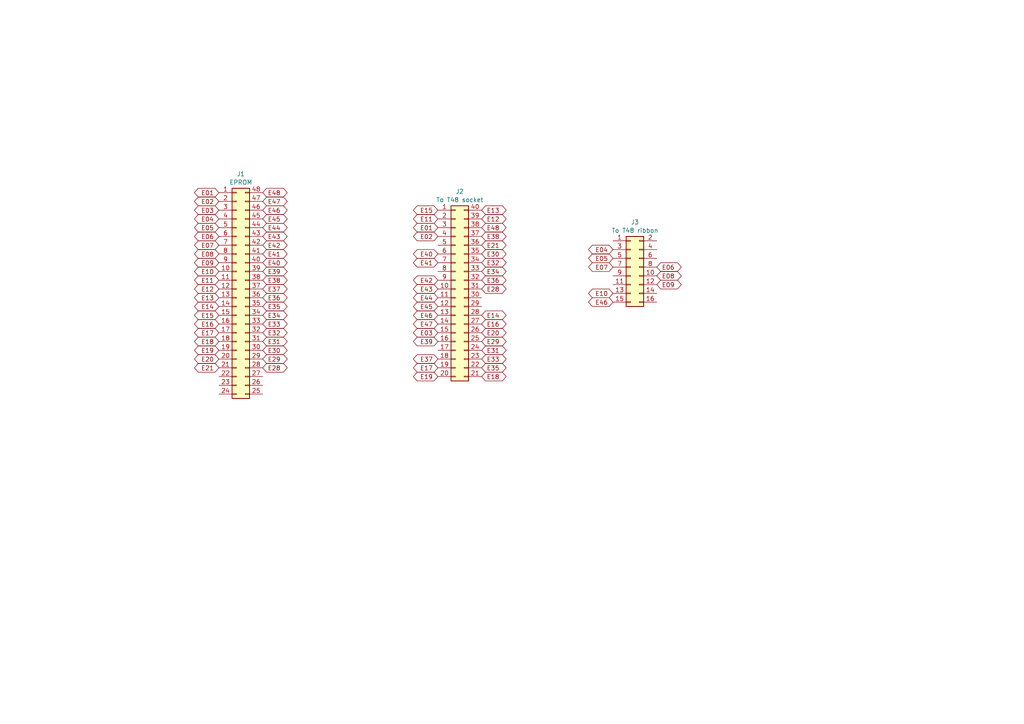
<source format=kicad_sch>
(kicad_sch (version 20230121) (generator eeschema)
  (paper "A4")
  (lib_symbols
    (symbol "Connector_Generic:Conn_02x08_Odd_Even" (pin_names (offset 1.016) hide)
      (property "Reference" "J" (at 1.27 10.16 0))
      (property "Value" "Conn_02x08_Odd_Even" (at 1.27 -12.7 0))
      (symbol "Conn_02x08_Odd_Even_1_1"
        (rectangle (start -1.27 -10.033) (end 0 -10.287) (stroke (width 0.1524)))
        (rectangle (start -1.27 -7.493) (end 0 -7.747) (stroke (width 0.1524)))
        (rectangle (start -1.27 -4.953) (end 0 -5.207) (stroke (width 0.1524)))
        (rectangle (start -1.27 -2.413) (end 0 -2.667) (stroke (width 0.1524)))
        (rectangle (start -1.27 0.127) (end 0 -0.127) (stroke (width 0.1524)))
        (rectangle (start -1.27 2.667) (end 0 2.413) (stroke (width 0.1524)))
        (rectangle (start -1.27 5.207) (end 0 4.953) (stroke (width 0.1524)))
        (rectangle (start -1.27 7.747) (end 0 7.493) (stroke (width 0.1524)))
        (rectangle (start -1.27 8.89) (end 3.81 -11.43) (stroke (width 0.254)) (fill (type background)))
        (rectangle (start 3.81 -10.033) (end 2.54 -10.287) (stroke (width 0.1524)))
        (rectangle (start 3.81 -7.493) (end 2.54 -7.747) (stroke (width 0.1524)))
        (rectangle (start 3.81 -4.953) (end 2.54 -5.207) (stroke (width 0.1524)))
        (rectangle (start 3.81 -2.413) (end 2.54 -2.667) (stroke (width 0.1524)))
        (rectangle (start 3.81 0.127) (end 2.54 -0.127) (stroke (width 0.1524)))
        (rectangle (start 3.81 2.667) (end 2.54 2.413) (stroke (width 0.1524)))
        (rectangle (start 3.81 5.207) (end 2.54 4.953) (stroke (width 0.1524)))
        (rectangle (start 3.81 7.747) (end 2.54 7.493) (stroke (width 0.1524)))
        (pin passive line (at -5.08 7.62 0) (length 3.81) (name "Pin_1") (number "1"))
        (pin passive line (at 7.62 -2.54 180) (length 3.81) (name "Pin_10") (number "10"))
        (pin passive line (at -5.08 -5.08 0) (length 3.81) (name "Pin_11") (number "11"))
        (pin passive line (at 7.62 -5.08 180) (length 3.81) (name "Pin_12") (number "12"))
        (pin passive line (at -5.08 -7.62 0) (length 3.81) (name "Pin_13") (number "13"))
        (pin passive line (at 7.62 -7.62 180) (length 3.81) (name "Pin_14") (number "14"))
        (pin passive line (at -5.08 -10.16 0) (length 3.81) (name "Pin_15") (number "15"))
        (pin passive line (at 7.62 -10.16 180) (length 3.81) (name "Pin_16") (number "16"))
        (pin passive line (at 7.62 7.62 180) (length 3.81) (name "Pin_2") (number "2"))
        (pin passive line (at -5.08 5.08 0) (length 3.81) (name "Pin_3") (number "3"))
        (pin passive line (at 7.62 5.08 180) (length 3.81) (name "Pin_4") (number "4"))
        (pin passive line (at -5.08 2.54 0) (length 3.81) (name "Pin_5") (number "5"))
        (pin passive line (at 7.62 2.54 180) (length 3.81) (name "Pin_6") (number "6"))
        (pin passive line (at -5.08 0 0) (length 3.81) (name "Pin_7") (number "7"))
        (pin passive line (at 7.62 0 180) (length 3.81) (name "Pin_8") (number "8"))
        (pin passive line (at -5.08 -2.54 0) (length 3.81) (name "Pin_9") (number "9"))
      )
    )
    (symbol "Connector_Generic:Conn_02x20_Counter_Clockwise" (pin_names (offset 1.016) hide)
      (property "Reference" "J" (at 1.27 25.4 0))
      (property "Value" "Conn_02x20_Counter_Clockwise" (at 1.27 -27.94 0))
      (symbol "Conn_02x20_Counter_Clockwise_1_1"
        (rectangle (start -1.27 -25.273) (end 0 -25.527) (stroke (width 0.1524)))
        (rectangle (start -1.27 -22.733) (end 0 -22.987) (stroke (width 0.1524)))
        (rectangle (start -1.27 -20.193) (end 0 -20.447) (stroke (width 0.1524)))
        (rectangle (start -1.27 -17.653) (end 0 -17.907) (stroke (width 0.1524)))
        (rectangle (start -1.27 -15.113) (end 0 -15.367) (stroke (width 0.1524)))
        (rectangle (start -1.27 -12.573) (end 0 -12.827) (stroke (width 0.1524)))
        (rectangle (start -1.27 -10.033) (end 0 -10.287) (stroke (width 0.1524)))
        (rectangle (start -1.27 -7.493) (end 0 -7.747) (stroke (width 0.1524)))
        (rectangle (start -1.27 -4.953) (end 0 -5.207) (stroke (width 0.1524)))
        (rectangle (start -1.27 -2.413) (end 0 -2.667) (stroke (width 0.1524)))
        (rectangle (start -1.27 0.127) (end 0 -0.127) (stroke (width 0.1524)))
        (rectangle (start -1.27 2.667) (end 0 2.413) (stroke (width 0.1524)))
        (rectangle (start -1.27 5.207) (end 0 4.953) (stroke (width 0.1524)))
        (rectangle (start -1.27 7.747) (end 0 7.493) (stroke (width 0.1524)))
        (rectangle (start -1.27 10.287) (end 0 10.033) (stroke (width 0.1524)))
        (rectangle (start -1.27 12.827) (end 0 12.573) (stroke (width 0.1524)))
        (rectangle (start -1.27 15.367) (end 0 15.113) (stroke (width 0.1524)))
        (rectangle (start -1.27 17.907) (end 0 17.653) (stroke (width 0.1524)))
        (rectangle (start -1.27 20.447) (end 0 20.193) (stroke (width 0.1524)))
        (rectangle (start -1.27 22.987) (end 0 22.733) (stroke (width 0.1524)))
        (rectangle (start -1.27 24.13) (end 3.81 -26.67) (stroke (width 0.254)) (fill (type background)))
        (rectangle (start 3.81 -25.273) (end 2.54 -25.527) (stroke (width 0.1524)))
        (rectangle (start 3.81 -22.733) (end 2.54 -22.987) (stroke (width 0.1524)))
        (rectangle (start 3.81 -20.193) (end 2.54 -20.447) (stroke (width 0.1524)))
        (rectangle (start 3.81 -17.653) (end 2.54 -17.907) (stroke (width 0.1524)))
        (rectangle (start 3.81 -15.113) (end 2.54 -15.367) (stroke (width 0.1524)))
        (rectangle (start 3.81 -12.573) (end 2.54 -12.827) (stroke (width 0.1524)))
        (rectangle (start 3.81 -10.033) (end 2.54 -10.287) (stroke (width 0.1524)))
        (rectangle (start 3.81 -7.493) (end 2.54 -7.747) (stroke (width 0.1524)))
        (rectangle (start 3.81 -4.953) (end 2.54 -5.207) (stroke (width 0.1524)))
        (rectangle (start 3.81 -2.413) (end 2.54 -2.667) (stroke (width 0.1524)))
        (rectangle (start 3.81 0.127) (end 2.54 -0.127) (stroke (width 0.1524)))
        (rectangle (start 3.81 2.667) (end 2.54 2.413) (stroke (width 0.1524)))
        (rectangle (start 3.81 5.207) (end 2.54 4.953) (stroke (width 0.1524)))
        (rectangle (start 3.81 7.747) (end 2.54 7.493) (stroke (width 0.1524)))
        (rectangle (start 3.81 10.287) (end 2.54 10.033) (stroke (width 0.1524)))
        (rectangle (start 3.81 12.827) (end 2.54 12.573) (stroke (width 0.1524)))
        (rectangle (start 3.81 15.367) (end 2.54 15.113) (stroke (width 0.1524)))
        (rectangle (start 3.81 17.907) (end 2.54 17.653) (stroke (width 0.1524)))
        (rectangle (start 3.81 20.447) (end 2.54 20.193) (stroke (width 0.1524)))
        (rectangle (start 3.81 22.987) (end 2.54 22.733) (stroke (width 0.1524)))
        (pin passive line (at -5.08 22.86 0) (length 3.81) (name "Pin_1") (number "1"))
        (pin passive line (at -5.08 0 0) (length 3.81) (name "Pin_10") (number "10"))
        (pin passive line (at -5.08 -2.54 0) (length 3.81) (name "Pin_11") (number "11"))
        (pin passive line (at -5.08 -5.08 0) (length 3.81) (name "Pin_12") (number "12"))
        (pin passive line (at -5.08 -7.62 0) (length 3.81) (name "Pin_13") (number "13"))
        (pin passive line (at -5.08 -10.16 0) (length 3.81) (name "Pin_14") (number "14"))
        (pin passive line (at -5.08 -12.7 0) (length 3.81) (name "Pin_15") (number "15"))
        (pin passive line (at -5.08 -15.24 0) (length 3.81) (name "Pin_16") (number "16"))
        (pin passive line (at -5.08 -17.78 0) (length 3.81) (name "Pin_17") (number "17"))
        (pin passive line (at -5.08 -20.32 0) (length 3.81) (name "Pin_18") (number "18"))
        (pin passive line (at -5.08 -22.86 0) (length 3.81) (name "Pin_19") (number "19"))
        (pin passive line (at -5.08 20.32 0) (length 3.81) (name "Pin_2") (number "2"))
        (pin passive line (at -5.08 -25.4 0) (length 3.81) (name "Pin_20") (number "20"))
        (pin passive line (at 7.62 -25.4 180) (length 3.81) (name "Pin_21") (number "21"))
        (pin passive line (at 7.62 -22.86 180) (length 3.81) (name "Pin_22") (number "22"))
        (pin passive line (at 7.62 -20.32 180) (length 3.81) (name "Pin_23") (number "23"))
        (pin passive line (at 7.62 -17.78 180) (length 3.81) (name "Pin_24") (number "24"))
        (pin passive line (at 7.62 -15.24 180) (length 3.81) (name "Pin_25") (number "25"))
        (pin passive line (at 7.62 -12.7 180) (length 3.81) (name "Pin_26") (number "26"))
        (pin passive line (at 7.62 -10.16 180) (length 3.81) (name "Pin_27") (number "27"))
        (pin passive line (at 7.62 -7.62 180) (length 3.81) (name "Pin_28") (number "28"))
        (pin passive line (at 7.62 -5.08 180) (length 3.81) (name "Pin_29") (number "29"))
        (pin passive line (at -5.08 17.78 0) (length 3.81) (name "Pin_3") (number "3"))
        (pin passive line (at 7.62 -2.54 180) (length 3.81) (name "Pin_30") (number "30"))
        (pin passive line (at 7.62 0 180) (length 3.81) (name "Pin_31") (number "31"))
        (pin passive line (at 7.62 2.54 180) (length 3.81) (name "Pin_32") (number "32"))
        (pin passive line (at 7.62 5.08 180) (length 3.81) (name "Pin_33") (number "33"))
        (pin passive line (at 7.62 7.62 180) (length 3.81) (name "Pin_34") (number "34"))
        (pin passive line (at 7.62 10.16 180) (length 3.81) (name "Pin_35") (number "35"))
        (pin passive line (at 7.62 12.7 180) (length 3.81) (name "Pin_36") (number "36"))
        (pin passive line (at 7.62 15.24 180) (length 3.81) (name "Pin_37") (number "37"))
        (pin passive line (at 7.62 17.78 180) (length 3.81) (name "Pin_38") (number "38"))
        (pin passive line (at 7.62 20.32 180) (length 3.81) (name "Pin_39") (number "39"))
        (pin passive line (at -5.08 15.24 0) (length 3.81) (name "Pin_4") (number "4"))
        (pin passive line (at 7.62 22.86 180) (length 3.81) (name "Pin_40") (number "40"))
        (pin passive line (at -5.08 12.7 0) (length 3.81) (name "Pin_5") (number "5"))
        (pin passive line (at -5.08 10.16 0) (length 3.81) (name "Pin_6") (number "6"))
        (pin passive line (at -5.08 7.62 0) (length 3.81) (name "Pin_7") (number "7"))
        (pin passive line (at -5.08 5.08 0) (length 3.81) (name "Pin_8") (number "8"))
        (pin passive line (at -5.08 2.54 0) (length 3.81) (name "Pin_9") (number "9"))
      )
    )
    (symbol "Connector_Generic:Conn_02x24_Counter_Clockwise" (pin_names (offset 1.016) hide)
      (property "Reference" "J" (at 1.27 30.48 0))
      (property "Value" "Conn_02x24_Counter_Clockwise" (at 1.27 -33.02 0))
      (symbol "Conn_02x24_Counter_Clockwise_1_1"
        (rectangle (start -1.27 -30.353) (end 0 -30.607) (stroke (width 0.1524)))
        (rectangle (start -1.27 -27.813) (end 0 -28.067) (stroke (width 0.1524)))
        (rectangle (start -1.27 -25.273) (end 0 -25.527) (stroke (width 0.1524)))
        (rectangle (start -1.27 -22.733) (end 0 -22.987) (stroke (width 0.1524)))
        (rectangle (start -1.27 -20.193) (end 0 -20.447) (stroke (width 0.1524)))
        (rectangle (start -1.27 -17.653) (end 0 -17.907) (stroke (width 0.1524)))
        (rectangle (start -1.27 -15.113) (end 0 -15.367) (stroke (width 0.1524)))
        (rectangle (start -1.27 -12.573) (end 0 -12.827) (stroke (width 0.1524)))
        (rectangle (start -1.27 -10.033) (end 0 -10.287) (stroke (width 0.1524)))
        (rectangle (start -1.27 -7.493) (end 0 -7.747) (stroke (width 0.1524)))
        (rectangle (start -1.27 -4.953) (end 0 -5.207) (stroke (width 0.1524)))
        (rectangle (start -1.27 -2.413) (end 0 -2.667) (stroke (width 0.1524)))
        (rectangle (start -1.27 0.127) (end 0 -0.127) (stroke (width 0.1524)))
        (rectangle (start -1.27 2.667) (end 0 2.413) (stroke (width 0.1524)))
        (rectangle (start -1.27 5.207) (end 0 4.953) (stroke (width 0.1524)))
        (rectangle (start -1.27 7.747) (end 0 7.493) (stroke (width 0.1524)))
        (rectangle (start -1.27 10.287) (end 0 10.033) (stroke (width 0.1524)))
        (rectangle (start -1.27 12.827) (end 0 12.573) (stroke (width 0.1524)))
        (rectangle (start -1.27 15.367) (end 0 15.113) (stroke (width 0.1524)))
        (rectangle (start -1.27 17.907) (end 0 17.653) (stroke (width 0.1524)))
        (rectangle (start -1.27 20.447) (end 0 20.193) (stroke (width 0.1524)))
        (rectangle (start -1.27 22.987) (end 0 22.733) (stroke (width 0.1524)))
        (rectangle (start -1.27 25.527) (end 0 25.273) (stroke (width 0.1524)))
        (rectangle (start -1.27 28.067) (end 0 27.813) (stroke (width 0.1524)))
        (rectangle (start -1.27 29.21) (end 3.81 -31.75) (stroke (width 0.254)) (fill (type background)))
        (rectangle (start 3.81 -30.353) (end 2.54 -30.607) (stroke (width 0.1524)))
        (rectangle (start 3.81 -27.813) (end 2.54 -28.067) (stroke (width 0.1524)))
        (rectangle (start 3.81 -25.273) (end 2.54 -25.527) (stroke (width 0.1524)))
        (rectangle (start 3.81 -22.733) (end 2.54 -22.987) (stroke (width 0.1524)))
        (rectangle (start 3.81 -20.193) (end 2.54 -20.447) (stroke (width 0.1524)))
        (rectangle (start 3.81 -17.653) (end 2.54 -17.907) (stroke (width 0.1524)))
        (rectangle (start 3.81 -15.113) (end 2.54 -15.367) (stroke (width 0.1524)))
        (rectangle (start 3.81 -12.573) (end 2.54 -12.827) (stroke (width 0.1524)))
        (rectangle (start 3.81 -10.033) (end 2.54 -10.287) (stroke (width 0.1524)))
        (rectangle (start 3.81 -7.493) (end 2.54 -7.747) (stroke (width 0.1524)))
        (rectangle (start 3.81 -4.953) (end 2.54 -5.207) (stroke (width 0.1524)))
        (rectangle (start 3.81 -2.413) (end 2.54 -2.667) (stroke (width 0.1524)))
        (rectangle (start 3.81 0.127) (end 2.54 -0.127) (stroke (width 0.1524)))
        (rectangle (start 3.81 2.667) (end 2.54 2.413) (stroke (width 0.1524)))
        (rectangle (start 3.81 5.207) (end 2.54 4.953) (stroke (width 0.1524)))
        (rectangle (start 3.81 7.747) (end 2.54 7.493) (stroke (width 0.1524)))
        (rectangle (start 3.81 10.287) (end 2.54 10.033) (stroke (width 0.1524)))
        (rectangle (start 3.81 12.827) (end 2.54 12.573) (stroke (width 0.1524)))
        (rectangle (start 3.81 15.367) (end 2.54 15.113) (stroke (width 0.1524)))
        (rectangle (start 3.81 17.907) (end 2.54 17.653) (stroke (width 0.1524)))
        (rectangle (start 3.81 20.447) (end 2.54 20.193) (stroke (width 0.1524)))
        (rectangle (start 3.81 22.987) (end 2.54 22.733) (stroke (width 0.1524)))
        (rectangle (start 3.81 25.527) (end 2.54 25.273) (stroke (width 0.1524)))
        (rectangle (start 3.81 28.067) (end 2.54 27.813) (stroke (width 0.1524)))
        (pin passive line (at -5.08 27.94 0) (length 3.81) (name "Pin_1") (number "1"))
        (pin passive line (at -5.08 5.08 0) (length 3.81) (name "Pin_10") (number "10"))
        (pin passive line (at -5.08 2.54 0) (length 3.81) (name "Pin_11") (number "11"))
        (pin passive line (at -5.08 0 0) (length 3.81) (name "Pin_12") (number "12"))
        (pin passive line (at -5.08 -2.54 0) (length 3.81) (name "Pin_13") (number "13"))
        (pin passive line (at -5.08 -5.08 0) (length 3.81) (name "Pin_14") (number "14"))
        (pin passive line (at -5.08 -7.62 0) (length 3.81) (name "Pin_15") (number "15"))
        (pin passive line (at -5.08 -10.16 0) (length 3.81) (name "Pin_16") (number "16"))
        (pin passive line (at -5.08 -12.7 0) (length 3.81) (name "Pin_17") (number "17"))
        (pin passive line (at -5.08 -15.24 0) (length 3.81) (name "Pin_18") (number "18"))
        (pin passive line (at -5.08 -17.78 0) (length 3.81) (name "Pin_19") (number "19"))
        (pin passive line (at -5.08 25.4 0) (length 3.81) (name "Pin_2") (number "2"))
        (pin passive line (at -5.08 -20.32 0) (length 3.81) (name "Pin_20") (number "20"))
        (pin passive line (at -5.08 -22.86 0) (length 3.81) (name "Pin_21") (number "21"))
        (pin passive line (at -5.08 -25.4 0) (length 3.81) (name "Pin_22") (number "22"))
        (pin passive line (at -5.08 -27.94 0) (length 3.81) (name "Pin_23") (number "23"))
        (pin passive line (at -5.08 -30.48 0) (length 3.81) (name "Pin_24") (number "24"))
        (pin passive line (at 7.62 -30.48 180) (length 3.81) (name "Pin_25") (number "25"))
        (pin passive line (at 7.62 -27.94 180) (length 3.81) (name "Pin_26") (number "26"))
        (pin passive line (at 7.62 -25.4 180) (length 3.81) (name "Pin_27") (number "27"))
        (pin passive line (at 7.62 -22.86 180) (length 3.81) (name "Pin_28") (number "28"))
        (pin passive line (at 7.62 -20.32 180) (length 3.81) (name "Pin_29") (number "29"))
        (pin passive line (at -5.08 22.86 0) (length 3.81) (name "Pin_3") (number "3"))
        (pin passive line (at 7.62 -17.78 180) (length 3.81) (name "Pin_30") (number "30"))
        (pin passive line (at 7.62 -15.24 180) (length 3.81) (name "Pin_31") (number "31"))
        (pin passive line (at 7.62 -12.7 180) (length 3.81) (name "Pin_32") (number "32"))
        (pin passive line (at 7.62 -10.16 180) (length 3.81) (name "Pin_33") (number "33"))
        (pin passive line (at 7.62 -7.62 180) (length 3.81) (name "Pin_34") (number "34"))
        (pin passive line (at 7.62 -5.08 180) (length 3.81) (name "Pin_35") (number "35"))
        (pin passive line (at 7.62 -2.54 180) (length 3.81) (name "Pin_36") (number "36"))
        (pin passive line (at 7.62 0 180) (length 3.81) (name "Pin_37") (number "37"))
        (pin passive line (at 7.62 2.54 180) (length 3.81) (name "Pin_38") (number "38"))
        (pin passive line (at 7.62 5.08 180) (length 3.81) (name "Pin_39") (number "39"))
        (pin passive line (at -5.08 20.32 0) (length 3.81) (name "Pin_4") (number "4"))
        (pin passive line (at 7.62 7.62 180) (length 3.81) (name "Pin_40") (number "40"))
        (pin passive line (at 7.62 10.16 180) (length 3.81) (name "Pin_41") (number "41"))
        (pin passive line (at 7.62 12.7 180) (length 3.81) (name "Pin_42") (number "42"))
        (pin passive line (at 7.62 15.24 180) (length 3.81) (name "Pin_43") (number "43"))
        (pin passive line (at 7.62 17.78 180) (length 3.81) (name "Pin_44") (number "44"))
        (pin passive line (at 7.62 20.32 180) (length 3.81) (name "Pin_45") (number "45"))
        (pin passive line (at 7.62 22.86 180) (length 3.81) (name "Pin_46") (number "46"))
        (pin passive line (at 7.62 25.4 180) (length 3.81) (name "Pin_47") (number "47"))
        (pin passive line (at 7.62 27.94 180) (length 3.81) (name "Pin_48") (number "48"))
        (pin passive line (at -5.08 17.78 0) (length 3.81) (name "Pin_5") (number "5"))
        (pin passive line (at -5.08 15.24 0) (length 3.81) (name "Pin_6") (number "6"))
        (pin passive line (at -5.08 12.7 0) (length 3.81) (name "Pin_7") (number "7"))
        (pin passive line (at -5.08 10.16 0) (length 3.81) (name "Pin_8") (number "8"))
        (pin passive line (at -5.08 7.62 0) (length 3.81) (name "Pin_9") (number "9"))
      )
    )
  )
  (global_label "E19" (shape bidirectional) (at 63.5 101.6 180) (property "Intersheetrefs" "${INTERSHEET_REFS}" (effects hide)))
  (global_label "E37" (shape bidirectional) (at 127 104.14 180) (property "Intersheetrefs" "${INTERSHEET_REFS}" (effects hide)))
  (global_label "E17" (shape bidirectional) (at 127 106.68 180) (property "Intersheetrefs" "${INTERSHEET_REFS}" (effects hide)))
  (global_label "E45" (shape bidirectional) (at 76.2 63.5 0) (property "Intersheetrefs" "${INTERSHEET_REFS}" (effects hide)))
  (global_label "E46" (shape bidirectional) (at 177.8 87.63 180) (property "Intersheetrefs" "${INTERSHEET_REFS}" (effects hide)))
  (global_label "E41" (shape bidirectional) (at 127 76.2 180) (property "Intersheetrefs" "${INTERSHEET_REFS}" (effects hide)))
  (global_label "E20" (shape bidirectional) (at 63.5 104.14 180) (property "Intersheetrefs" "${INTERSHEET_REFS}" (effects hide)))
  (global_label "E15" (shape bidirectional) (at 127 60.96 180) (property "Intersheetrefs" "${INTERSHEET_REFS}" (effects hide)))
  (global_label "E28" (shape bidirectional) (at 139.7 83.82 0) (property "Intersheetrefs" "${INTERSHEET_REFS}" (effects hide)))
  (global_label "E35" (shape bidirectional) (at 139.7 106.68 0) (property "Intersheetrefs" "${INTERSHEET_REFS}" (effects hide)))
  (global_label "E37" (shape bidirectional) (at 76.2 83.82 0) (property "Intersheetrefs" "${INTERSHEET_REFS}" (effects hide)))
  (global_label "E05" (shape bidirectional) (at 63.5 66.04 180) (property "Intersheetrefs" "${INTERSHEET_REFS}" (effects hide)))
  (global_label "E35" (shape bidirectional) (at 76.2 88.9 0) (property "Intersheetrefs" "${INTERSHEET_REFS}" (effects hide)))
  (global_label "E08" (shape bidirectional) (at 63.5 73.66 180) (property "Intersheetrefs" "${INTERSHEET_REFS}" (effects hide)))
  (global_label "E11" (shape bidirectional) (at 63.5 81.28 180) (property "Intersheetrefs" "${INTERSHEET_REFS}" (effects hide)))
  (global_label "E16" (shape bidirectional) (at 63.5 93.98 180) (property "Intersheetrefs" "${INTERSHEET_REFS}" (effects hide)))
  (global_label "E02" (shape bidirectional) (at 127 68.58 180) (property "Intersheetrefs" "${INTERSHEET_REFS}" (effects hide)))
  (global_label "E01" (shape bidirectional) (at 127 66.04 180) (property "Intersheetrefs" "${INTERSHEET_REFS}" (effects hide)))
  (global_label "E10" (shape bidirectional) (at 177.8 85.09 180) (property "Intersheetrefs" "${INTERSHEET_REFS}" (effects hide)))
  (global_label "E13" (shape bidirectional) (at 139.7 60.96 0) (property "Intersheetrefs" "${INTERSHEET_REFS}" (effects hide)))
  (global_label "E15" (shape bidirectional) (at 63.5 91.44 180) (property "Intersheetrefs" "${INTERSHEET_REFS}" (effects hide)))
  (global_label "E46" (shape bidirectional) (at 76.2 60.96 0) (property "Intersheetrefs" "${INTERSHEET_REFS}" (effects hide)))
  (global_label "E21" (shape bidirectional) (at 139.7 71.12 0) (property "Intersheetrefs" "${INTERSHEET_REFS}" (effects hide)))
  (global_label "E34" (shape bidirectional) (at 76.2 91.44 0) (property "Intersheetrefs" "${INTERSHEET_REFS}" (effects hide)))
  (global_label "E08" (shape bidirectional) (at 190.5 80.01 0) (property "Intersheetrefs" "${INTERSHEET_REFS}" (effects hide)))
  (global_label "E21" (shape bidirectional) (at 63.5 106.68 180) (property "Intersheetrefs" "${INTERSHEET_REFS}" (effects hide)))
  (global_label "E32" (shape bidirectional) (at 76.2 96.52 0) (property "Intersheetrefs" "${INTERSHEET_REFS}" (effects hide)))
  (global_label "E42" (shape bidirectional) (at 76.2 71.12 0) (property "Intersheetrefs" "${INTERSHEET_REFS}" (effects hide)))
  (global_label "E04" (shape bidirectional) (at 177.8 72.39 180) (property "Intersheetrefs" "${INTERSHEET_REFS}" (effects hide)))
  (global_label "E40" (shape bidirectional) (at 127 73.66 180) (property "Intersheetrefs" "${INTERSHEET_REFS}" (effects hide)))
  (global_label "E16" (shape bidirectional) (at 139.7 93.98 0) (property "Intersheetrefs" "${INTERSHEET_REFS}" (effects hide)))
  (global_label "E09" (shape bidirectional) (at 190.5 82.55 0) (property "Intersheetrefs" "${INTERSHEET_REFS}" (effects hide)))
  (global_label "E14" (shape bidirectional) (at 63.5 88.9 180) (property "Intersheetrefs" "${INTERSHEET_REFS}" (effects hide)))
  (global_label "E43" (shape bidirectional) (at 127 83.82 180) (property "Intersheetrefs" "${INTERSHEET_REFS}" (effects hide)))
  (global_label "E39" (shape bidirectional) (at 127 99.06 180) (property "Intersheetrefs" "${INTERSHEET_REFS}" (effects hide)))
  (global_label "E48" (shape bidirectional) (at 139.7 66.04 0) (property "Intersheetrefs" "${INTERSHEET_REFS}" (effects hide)))
  (global_label "E48" (shape bidirectional) (at 76.2 55.88 0) (property "Intersheetrefs" "${INTERSHEET_REFS}" (effects hide)))
  (global_label "E13" (shape bidirectional) (at 63.5 86.36 180) (property "Intersheetrefs" "${INTERSHEET_REFS}" (effects hide)))
  (global_label "E03" (shape bidirectional) (at 127 96.52 180) (property "Intersheetrefs" "${INTERSHEET_REFS}" (effects hide)))
  (global_label "E39" (shape bidirectional) (at 76.2 78.74 0) (property "Intersheetrefs" "${INTERSHEET_REFS}" (effects hide)))
  (global_label "E18" (shape bidirectional) (at 139.7 109.22 0) (property "Intersheetrefs" "${INTERSHEET_REFS}" (effects hide)))
  (global_label "E29" (shape bidirectional) (at 139.7 99.06 0) (property "Intersheetrefs" "${INTERSHEET_REFS}" (effects hide)))
  (global_label "E07" (shape bidirectional) (at 63.5 71.12 180) (property "Intersheetrefs" "${INTERSHEET_REFS}" (effects hide)))
  (global_label "E12" (shape bidirectional) (at 63.5 83.82 180) (property "Intersheetrefs" "${INTERSHEET_REFS}" (effects hide)))
  (global_label "E18" (shape bidirectional) (at 63.5 99.06 180) (property "Intersheetrefs" "${INTERSHEET_REFS}" (effects hide)))
  (global_label "E30" (shape bidirectional) (at 76.2 101.6 0) (property "Intersheetrefs" "${INTERSHEET_REFS}" (effects hide)))
  (global_label "E04" (shape bidirectional) (at 63.5 63.5 180) (property "Intersheetrefs" "${INTERSHEET_REFS}" (effects hide)))
  (global_label "E09" (shape bidirectional) (at 63.5 76.2 180) (property "Intersheetrefs" "${INTERSHEET_REFS}" (effects hide)))
  (global_label "E30" (shape bidirectional) (at 139.7 73.66 0) (property "Intersheetrefs" "${INTERSHEET_REFS}" (effects hide)))
  (global_label "E20" (shape bidirectional) (at 139.7 96.52 0) (property "Intersheetrefs" "${INTERSHEET_REFS}" (effects hide)))
  (global_label "E31" (shape bidirectional) (at 139.7 101.6 0) (property "Intersheetrefs" "${INTERSHEET_REFS}" (effects hide)))
  (global_label "E46" (shape bidirectional) (at 127 91.44 180) (property "Intersheetrefs" "${INTERSHEET_REFS}" (effects hide)))
  (global_label "E47" (shape bidirectional) (at 127 93.98 180) (property "Intersheetrefs" "${INTERSHEET_REFS}" (effects hide)))
  (global_label "E12" (shape bidirectional) (at 139.7 63.5 0) (property "Intersheetrefs" "${INTERSHEET_REFS}" (effects hide)))
  (global_label "E41" (shape bidirectional) (at 76.2 73.66 0) (property "Intersheetrefs" "${INTERSHEET_REFS}" (effects hide)))
  (global_label "E38" (shape bidirectional) (at 139.7 68.58 0) (property "Intersheetrefs" "${INTERSHEET_REFS}" (effects hide)))
  (global_label "E10" (shape bidirectional) (at 63.5 78.74 180) (property "Intersheetrefs" "${INTERSHEET_REFS}" (effects hide)))
  (global_label "E36" (shape bidirectional) (at 139.7 81.28 0) (property "Intersheetrefs" "${INTERSHEET_REFS}" (effects hide)))
  (global_label "E29" (shape bidirectional) (at 76.2 104.14 0) (property "Intersheetrefs" "${INTERSHEET_REFS}" (effects hide)))
  (global_label "E03" (shape bidirectional) (at 63.5 60.96 180) (property "Intersheetrefs" "${INTERSHEET_REFS}" (effects hide)))
  (global_label "E45" (shape bidirectional) (at 127 88.9 180) (property "Intersheetrefs" "${INTERSHEET_REFS}" (effects hide)))
  (global_label "E32" (shape bidirectional) (at 139.7 76.2 0) (property "Intersheetrefs" "${INTERSHEET_REFS}" (effects hide)))
  (global_label "E33" (shape bidirectional) (at 76.2 93.98 0) (property "Intersheetrefs" "${INTERSHEET_REFS}" (effects hide)))
  (global_label "E01" (shape bidirectional) (at 63.5 55.88 180) (property "Intersheetrefs" "${INTERSHEET_REFS}" (effects hide)))
  (global_label "E47" (shape bidirectional) (at 76.2 58.42 0) (property "Intersheetrefs" "${INTERSHEET_REFS}" (effects hide)))
  (global_label "E31" (shape bidirectional) (at 76.2 99.06 0) (property "Intersheetrefs" "${INTERSHEET_REFS}" (effects hide)))
  (global_label "E43" (shape bidirectional) (at 76.2 68.58 0) (property "Intersheetrefs" "${INTERSHEET_REFS}" (effects hide)))
  (global_label "E06" (shape bidirectional) (at 190.5 77.47 0) (property "Intersheetrefs" "${INTERSHEET_REFS}" (effects hide)))
  (global_label "E44" (shape bidirectional) (at 76.2 66.04 0) (property "Intersheetrefs" "${INTERSHEET_REFS}" (effects hide)))
  (global_label "E02" (shape bidirectional) (at 63.5 58.42 180) (property "Intersheetrefs" "${INTERSHEET_REFS}" (effects hide)))
  (global_label "E33" (shape bidirectional) (at 139.7 104.14 0) (property "Intersheetrefs" "${INTERSHEET_REFS}" (effects hide)))
  (global_label "E44" (shape bidirectional) (at 127 86.36 180) (property "Intersheetrefs" "${INTERSHEET_REFS}" (effects hide)))
  (global_label "E19" (shape bidirectional) (at 127 109.22 180) (property "Intersheetrefs" "${INTERSHEET_REFS}" (effects hide)))
  (global_label "E07" (shape bidirectional) (at 177.8 77.47 180) (property "Intersheetrefs" "${INTERSHEET_REFS}" (effects hide)))
  (global_label "E34" (shape bidirectional) (at 139.7 78.74 0) (property "Intersheetrefs" "${INTERSHEET_REFS}" (effects hide)))
  (global_label "E38" (shape bidirectional) (at 76.2 81.28 0) (property "Intersheetrefs" "${INTERSHEET_REFS}" (effects hide)))
  (global_label "E42" (shape bidirectional) (at 127 81.28 180) (property "Intersheetrefs" "${INTERSHEET_REFS}" (effects hide)))
  (global_label "E36" (shape bidirectional) (at 76.2 86.36 0) (property "Intersheetrefs" "${INTERSHEET_REFS}" (effects hide)))
  (global_label "E06" (shape bidirectional) (at 63.5 68.58 180) (property "Intersheetrefs" "${INTERSHEET_REFS}" (effects hide)))
  (global_label "E28" (shape bidirectional) (at 76.2 106.68 0) (property "Intersheetrefs" "${INTERSHEET_REFS}" (effects hide)))
  (global_label "E11" (shape bidirectional) (at 127 63.5 180) (property "Intersheetrefs" "${INTERSHEET_REFS}" (effects hide)))
  (global_label "E40" (shape bidirectional) (at 76.2 76.2 0) (property "Intersheetrefs" "${INTERSHEET_REFS}" (effects hide)))
  (global_label "E05" (shape bidirectional) (at 177.8 74.93 180) (property "Intersheetrefs" "${INTERSHEET_REFS}" (effects hide)))
  (global_label "E14" (shape bidirectional) (at 139.7 91.44 0) (property "Intersheetrefs" "${INTERSHEET_REFS}" (effects hide)))
  (global_label "E17" (shape bidirectional) (at 63.5 96.52 180) (property "Intersheetrefs" "${INTERSHEET_REFS}" (effects hide)))
  (symbol (lib_id "Connector_Generic:Conn_02x24_Counter_Clockwise") (at 68.58 83.82 0) (unit 1)
    (property "Reference" "J1" (at 69.85 50.4657 0))
    (property "Value" "EPROM" (at 69.85 52.8899 0))
    (property "Footprint" "Package_DIP:DIP-48_W15.24mm_Socket_LongPads" (effects hide))
  )
  (symbol (lib_id "Connector_Generic:Conn_02x20_Counter_Clockwise") (at 132.08 83.82 0) (unit 1)
    (property "Reference" "J2" (at 133.35 55.5457 0))
    (property "Value" "To T48 socket" (at 133.35 57.9699 0))
    (property "Footprint" "Package_DIP:DIP-40_W15.24mm_Socket_LongPads" (effects hide))
  )
  (symbol (lib_id "Connector_Generic:Conn_02x08_Odd_Even") (at 182.88 77.47 0) (unit 1)
    (property "Reference" "J3" (at 184.15 64.4357 0))
    (property "Value" "To T48 ribbon" (at 184.15 66.8599 0))
    (property "Footprint" "Connector_PinHeader_2.54mm:PinHeader_2x08_P2.54mm_Horizontal" (effects hide))
  )
)
</source>
